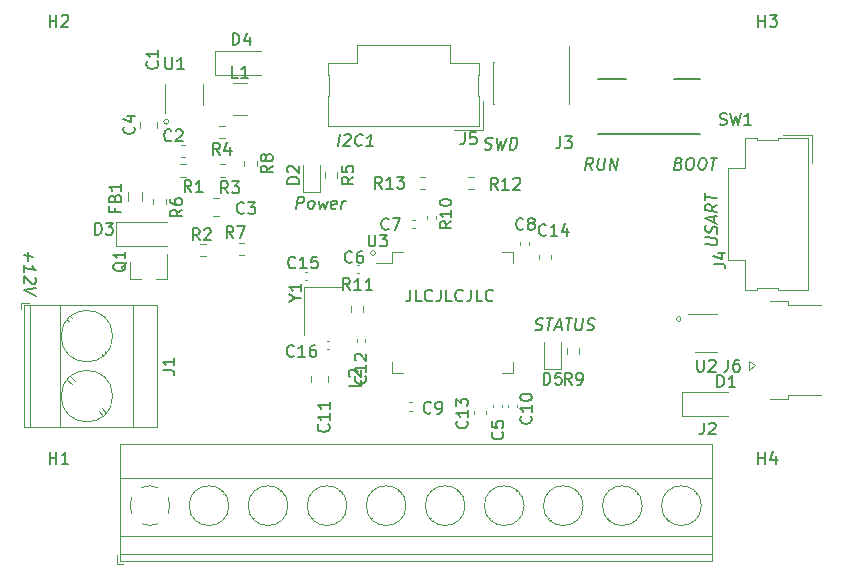
<source format=gbr>
%TF.GenerationSoftware,KiCad,Pcbnew,(5.1.9)-1*%
%TF.CreationDate,2021-03-02T22:26:18+05:30*%
%TF.ProjectId,STM32F4,53544d33-3246-4342-9e6b-696361645f70,rev?*%
%TF.SameCoordinates,Original*%
%TF.FileFunction,Legend,Top*%
%TF.FilePolarity,Positive*%
%FSLAX46Y46*%
G04 Gerber Fmt 4.6, Leading zero omitted, Abs format (unit mm)*
G04 Created by KiCad (PCBNEW (5.1.9)-1) date 2021-03-02 22:26:18*
%MOMM*%
%LPD*%
G01*
G04 APERTURE LIST*
%ADD10C,0.150000*%
%ADD11C,0.120000*%
G04 APERTURE END LIST*
D10*
X59766666Y-48502380D02*
X59766666Y-49216666D01*
X59719047Y-49359523D01*
X59623809Y-49454761D01*
X59480952Y-49502380D01*
X59385714Y-49502380D01*
X60719047Y-49502380D02*
X60242857Y-49502380D01*
X60242857Y-48502380D01*
X61623809Y-49407142D02*
X61576190Y-49454761D01*
X61433333Y-49502380D01*
X61338095Y-49502380D01*
X61195238Y-49454761D01*
X61100000Y-49359523D01*
X61052380Y-49264285D01*
X61004761Y-49073809D01*
X61004761Y-48930952D01*
X61052380Y-48740476D01*
X61100000Y-48645238D01*
X61195238Y-48550000D01*
X61338095Y-48502380D01*
X61433333Y-48502380D01*
X61576190Y-48550000D01*
X61623809Y-48597619D01*
X62338095Y-48502380D02*
X62338095Y-49216666D01*
X62290476Y-49359523D01*
X62195238Y-49454761D01*
X62052380Y-49502380D01*
X61957142Y-49502380D01*
X63290476Y-49502380D02*
X62814285Y-49502380D01*
X62814285Y-48502380D01*
X64195238Y-49407142D02*
X64147619Y-49454761D01*
X64004761Y-49502380D01*
X63909523Y-49502380D01*
X63766666Y-49454761D01*
X63671428Y-49359523D01*
X63623809Y-49264285D01*
X63576190Y-49073809D01*
X63576190Y-48930952D01*
X63623809Y-48740476D01*
X63671428Y-48645238D01*
X63766666Y-48550000D01*
X63909523Y-48502380D01*
X64004761Y-48502380D01*
X64147619Y-48550000D01*
X64195238Y-48597619D01*
X64909523Y-48502380D02*
X64909523Y-49216666D01*
X64861904Y-49359523D01*
X64766666Y-49454761D01*
X64623809Y-49502380D01*
X64528571Y-49502380D01*
X65861904Y-49502380D02*
X65385714Y-49502380D01*
X65385714Y-48502380D01*
X66766666Y-49407142D02*
X66719047Y-49454761D01*
X66576190Y-49502380D01*
X66480952Y-49502380D01*
X66338095Y-49454761D01*
X66242857Y-49359523D01*
X66195238Y-49264285D01*
X66147619Y-49073809D01*
X66147619Y-48930952D01*
X66195238Y-48740476D01*
X66242857Y-48645238D01*
X66338095Y-48550000D01*
X66480952Y-48502380D01*
X66576190Y-48502380D01*
X66719047Y-48550000D01*
X66766666Y-48597619D01*
D11*
X39300000Y-34300000D02*
G75*
G03*
X39300000Y-34300000I-200000J0D01*
G01*
X82700000Y-51000000D02*
G75*
G03*
X82700000Y-51000000I-200000J0D01*
G01*
X56800000Y-45400000D02*
G75*
G03*
X56800000Y-45400000I-200000J0D01*
G01*
D10*
X84752380Y-44646413D02*
X85561904Y-44747604D01*
X85657142Y-44711889D01*
X85704761Y-44670223D01*
X85752380Y-44580937D01*
X85752380Y-44390461D01*
X85704761Y-44289270D01*
X85657142Y-44235699D01*
X85561904Y-44176175D01*
X84752380Y-44074985D01*
X85704761Y-43765461D02*
X85752380Y-43628556D01*
X85752380Y-43390461D01*
X85704761Y-43289270D01*
X85657142Y-43235699D01*
X85561904Y-43176175D01*
X85466666Y-43164270D01*
X85371428Y-43199985D01*
X85323809Y-43241651D01*
X85276190Y-43330937D01*
X85228571Y-43515461D01*
X85180952Y-43604747D01*
X85133333Y-43646413D01*
X85038095Y-43682127D01*
X84942857Y-43670223D01*
X84847619Y-43610699D01*
X84800000Y-43557127D01*
X84752380Y-43455937D01*
X84752380Y-43217842D01*
X84800000Y-43080937D01*
X85466666Y-42783318D02*
X85466666Y-42307127D01*
X85752380Y-42914270D02*
X84752380Y-42455937D01*
X85752380Y-42247604D01*
X85752380Y-41342842D02*
X85276190Y-41616651D01*
X85752380Y-41914270D02*
X84752380Y-41789270D01*
X84752380Y-41408318D01*
X84800000Y-41319032D01*
X84847619Y-41277366D01*
X84942857Y-41241651D01*
X85085714Y-41259508D01*
X85180952Y-41319032D01*
X85228571Y-41372604D01*
X85276190Y-41473794D01*
X85276190Y-41854747D01*
X84752380Y-40932127D02*
X84752380Y-40360699D01*
X85752380Y-40771413D02*
X84752380Y-40646413D01*
X82508348Y-37828571D02*
X82645252Y-37876190D01*
X82686919Y-37923809D01*
X82722633Y-38019047D01*
X82704776Y-38161904D01*
X82645252Y-38257142D01*
X82591681Y-38304761D01*
X82490491Y-38352380D01*
X82109538Y-38352380D01*
X82234538Y-37352380D01*
X82567872Y-37352380D01*
X82657157Y-37400000D01*
X82698824Y-37447619D01*
X82734538Y-37542857D01*
X82722633Y-37638095D01*
X82663110Y-37733333D01*
X82609538Y-37780952D01*
X82508348Y-37828571D01*
X82175014Y-37828571D01*
X83425014Y-37352380D02*
X83615491Y-37352380D01*
X83704776Y-37400000D01*
X83788110Y-37495238D01*
X83811919Y-37685714D01*
X83770252Y-38019047D01*
X83698824Y-38209523D01*
X83591681Y-38304761D01*
X83490491Y-38352380D01*
X83300014Y-38352380D01*
X83210729Y-38304761D01*
X83127395Y-38209523D01*
X83103586Y-38019047D01*
X83145252Y-37685714D01*
X83216681Y-37495238D01*
X83323824Y-37400000D01*
X83425014Y-37352380D01*
X84472633Y-37352380D02*
X84663110Y-37352380D01*
X84752395Y-37400000D01*
X84835729Y-37495238D01*
X84859538Y-37685714D01*
X84817872Y-38019047D01*
X84746443Y-38209523D01*
X84639300Y-38304761D01*
X84538110Y-38352380D01*
X84347633Y-38352380D01*
X84258348Y-38304761D01*
X84175014Y-38209523D01*
X84151205Y-38019047D01*
X84192872Y-37685714D01*
X84264300Y-37495238D01*
X84371443Y-37400000D01*
X84472633Y-37352380D01*
X85186919Y-37352380D02*
X85758348Y-37352380D01*
X85347633Y-38352380D02*
X85472633Y-37352380D01*
X75161919Y-38352380D02*
X74888110Y-37876190D01*
X74590491Y-38352380D02*
X74715491Y-37352380D01*
X75096443Y-37352380D01*
X75185729Y-37400000D01*
X75227395Y-37447619D01*
X75263110Y-37542857D01*
X75245252Y-37685714D01*
X75185729Y-37780952D01*
X75132157Y-37828571D01*
X75030967Y-37876190D01*
X74650014Y-37876190D01*
X75715491Y-37352380D02*
X75614300Y-38161904D01*
X75650014Y-38257142D01*
X75691681Y-38304761D01*
X75780967Y-38352380D01*
X75971443Y-38352380D01*
X76072633Y-38304761D01*
X76126205Y-38257142D01*
X76185729Y-38161904D01*
X76286919Y-37352380D01*
X76638110Y-38352380D02*
X76763110Y-37352380D01*
X77209538Y-38352380D01*
X77334538Y-37352380D01*
X66048824Y-36604761D02*
X66185729Y-36652380D01*
X66423824Y-36652380D01*
X66525014Y-36604761D01*
X66578586Y-36557142D01*
X66638110Y-36461904D01*
X66650014Y-36366666D01*
X66614300Y-36271428D01*
X66572633Y-36223809D01*
X66483348Y-36176190D01*
X66298824Y-36128571D01*
X66209538Y-36080952D01*
X66167872Y-36033333D01*
X66132157Y-35938095D01*
X66144062Y-35842857D01*
X66203586Y-35747619D01*
X66257157Y-35700000D01*
X66358348Y-35652380D01*
X66596443Y-35652380D01*
X66733348Y-35700000D01*
X67072633Y-35652380D02*
X67185729Y-36652380D01*
X67465491Y-35938095D01*
X67566681Y-36652380D01*
X67929776Y-35652380D01*
X68185729Y-36652380D02*
X68310729Y-35652380D01*
X68548824Y-35652380D01*
X68685729Y-35700000D01*
X68769062Y-35795238D01*
X68804776Y-35890476D01*
X68828586Y-36080952D01*
X68810729Y-36223809D01*
X68739300Y-36414285D01*
X68679776Y-36509523D01*
X68572633Y-36604761D01*
X68423824Y-36652380D01*
X68185729Y-36652380D01*
X53647633Y-36352380D02*
X53772633Y-35352380D01*
X54189300Y-35447619D02*
X54242872Y-35400000D01*
X54344062Y-35352380D01*
X54582157Y-35352380D01*
X54671443Y-35400000D01*
X54713110Y-35447619D01*
X54748824Y-35542857D01*
X54736919Y-35638095D01*
X54671443Y-35780952D01*
X54028586Y-36352380D01*
X54647633Y-36352380D01*
X55659538Y-36257142D02*
X55605967Y-36304761D01*
X55457157Y-36352380D01*
X55361919Y-36352380D01*
X55225014Y-36304761D01*
X55141681Y-36209523D01*
X55105967Y-36114285D01*
X55082157Y-35923809D01*
X55100014Y-35780952D01*
X55171443Y-35590476D01*
X55230967Y-35495238D01*
X55338110Y-35400000D01*
X55486919Y-35352380D01*
X55582157Y-35352380D01*
X55719062Y-35400000D01*
X55760729Y-35447619D01*
X56600014Y-36352380D02*
X56028586Y-36352380D01*
X56314300Y-36352380D02*
X56439300Y-35352380D01*
X56326205Y-35495238D01*
X56219062Y-35590476D01*
X56117872Y-35638095D01*
X27428571Y-45285729D02*
X27428571Y-46047633D01*
X27047619Y-45619062D02*
X27809523Y-45714300D01*
X27047619Y-47000014D02*
X27047619Y-46428586D01*
X27047619Y-46714300D02*
X28047619Y-46839300D01*
X27904761Y-46726205D01*
X27809523Y-46619062D01*
X27761904Y-46517872D01*
X27952380Y-47494062D02*
X28000000Y-47547633D01*
X28047619Y-47648824D01*
X28047619Y-47886919D01*
X28000000Y-47976205D01*
X27952380Y-48017872D01*
X27857142Y-48053586D01*
X27761904Y-48041681D01*
X27619047Y-47976205D01*
X27047619Y-47333348D01*
X27047619Y-47952395D01*
X28047619Y-48363110D02*
X27047619Y-48571443D01*
X28047619Y-49029776D01*
X70329776Y-51904761D02*
X70466681Y-51952380D01*
X70704776Y-51952380D01*
X70805967Y-51904761D01*
X70859538Y-51857142D01*
X70919062Y-51761904D01*
X70930967Y-51666666D01*
X70895252Y-51571428D01*
X70853586Y-51523809D01*
X70764300Y-51476190D01*
X70579776Y-51428571D01*
X70490491Y-51380952D01*
X70448824Y-51333333D01*
X70413110Y-51238095D01*
X70425014Y-51142857D01*
X70484538Y-51047619D01*
X70538110Y-51000000D01*
X70639300Y-50952380D01*
X70877395Y-50952380D01*
X71014300Y-51000000D01*
X71305967Y-50952380D02*
X71877395Y-50952380D01*
X71466681Y-51952380D02*
X71591681Y-50952380D01*
X72073824Y-51666666D02*
X72550014Y-51666666D01*
X71942872Y-51952380D02*
X72401205Y-50952380D01*
X72609538Y-51952380D01*
X72925014Y-50952380D02*
X73496443Y-50952380D01*
X73085729Y-51952380D02*
X73210729Y-50952380D01*
X73829776Y-50952380D02*
X73728586Y-51761904D01*
X73764300Y-51857142D01*
X73805967Y-51904761D01*
X73895252Y-51952380D01*
X74085729Y-51952380D01*
X74186919Y-51904761D01*
X74240491Y-51857142D01*
X74300014Y-51761904D01*
X74401205Y-50952380D01*
X74710729Y-51904761D02*
X74847633Y-51952380D01*
X75085729Y-51952380D01*
X75186919Y-51904761D01*
X75240491Y-51857142D01*
X75300014Y-51761904D01*
X75311919Y-51666666D01*
X75276205Y-51571428D01*
X75234538Y-51523809D01*
X75145252Y-51476190D01*
X74960729Y-51428571D01*
X74871443Y-51380952D01*
X74829776Y-51333333D01*
X74794062Y-51238095D01*
X74805967Y-51142857D01*
X74865491Y-51047619D01*
X74919062Y-51000000D01*
X75020252Y-50952380D01*
X75258348Y-50952380D01*
X75395252Y-51000000D01*
X50123824Y-41652380D02*
X50248824Y-40652380D01*
X50629776Y-40652380D01*
X50719062Y-40700000D01*
X50760729Y-40747619D01*
X50796443Y-40842857D01*
X50778586Y-40985714D01*
X50719062Y-41080952D01*
X50665491Y-41128571D01*
X50564300Y-41176190D01*
X50183348Y-41176190D01*
X51266681Y-41652380D02*
X51177395Y-41604761D01*
X51135729Y-41557142D01*
X51100014Y-41461904D01*
X51135729Y-41176190D01*
X51195252Y-41080952D01*
X51248824Y-41033333D01*
X51350014Y-40985714D01*
X51492872Y-40985714D01*
X51582157Y-41033333D01*
X51623824Y-41080952D01*
X51659538Y-41176190D01*
X51623824Y-41461904D01*
X51564300Y-41557142D01*
X51510729Y-41604761D01*
X51409538Y-41652380D01*
X51266681Y-41652380D01*
X52016681Y-40985714D02*
X52123824Y-41652380D01*
X52373824Y-41176190D01*
X52504776Y-41652380D01*
X52778586Y-40985714D01*
X53463110Y-41604761D02*
X53361919Y-41652380D01*
X53171443Y-41652380D01*
X53082157Y-41604761D01*
X53046443Y-41509523D01*
X53094062Y-41128571D01*
X53153586Y-41033333D01*
X53254776Y-40985714D01*
X53445252Y-40985714D01*
X53534538Y-41033333D01*
X53570252Y-41128571D01*
X53558348Y-41223809D01*
X53070252Y-41319047D01*
X53933348Y-41652380D02*
X54016681Y-40985714D01*
X53992872Y-41176190D02*
X54052395Y-41080952D01*
X54105967Y-41033333D01*
X54207157Y-40985714D01*
X54302395Y-40985714D01*
D11*
%TO.C,U3*%
X58226500Y-46296500D02*
X56886500Y-46296500D01*
X58226500Y-45346500D02*
X58226500Y-46296500D01*
X59176500Y-45346500D02*
X58226500Y-45346500D01*
X68446500Y-45346500D02*
X68446500Y-46296500D01*
X67496500Y-45346500D02*
X68446500Y-45346500D01*
X58226500Y-55566500D02*
X58226500Y-54616500D01*
X59176500Y-55566500D02*
X58226500Y-55566500D01*
X68446500Y-55566500D02*
X68446500Y-54616500D01*
X67496500Y-55566500D02*
X68446500Y-55566500D01*
%TO.C,C12*%
X55240000Y-52907836D02*
X55240000Y-52692164D01*
X55960000Y-52907836D02*
X55960000Y-52692164D01*
%TO.C,C2*%
X40653580Y-37310000D02*
X40372420Y-37310000D01*
X40653580Y-36290000D02*
X40372420Y-36290000D01*
%TO.C,R4*%
X43577742Y-34656500D02*
X44052258Y-34656500D01*
X43577742Y-35701500D02*
X44052258Y-35701500D01*
%TO.C,R3*%
X43641742Y-37895000D02*
X44116258Y-37895000D01*
X43641742Y-38940000D02*
X44116258Y-38940000D01*
%TO.C,R2*%
X41990742Y-45671000D02*
X42465258Y-45671000D01*
X41990742Y-44626000D02*
X42465258Y-44626000D01*
%TO.C,J1*%
X26785000Y-49611000D02*
X26785000Y-50111000D01*
X27525000Y-49611000D02*
X26785000Y-49611000D01*
X31393000Y-56273000D02*
X30997000Y-55878000D01*
X34039000Y-58919000D02*
X33659000Y-58539000D01*
X31111000Y-56524000D02*
X30731000Y-56144000D01*
X33773000Y-59185000D02*
X33377000Y-58790000D01*
X31104000Y-50903000D02*
X30997000Y-50797000D01*
X34039000Y-53839000D02*
X33932000Y-53732000D01*
X30838000Y-51169000D02*
X30731000Y-51063000D01*
X33773000Y-54105000D02*
X33666000Y-53998000D01*
X38345000Y-60131000D02*
X27025000Y-60131000D01*
X38345000Y-49851000D02*
X27025000Y-49851000D01*
X27025000Y-49851000D02*
X27025000Y-60131000D01*
X38345000Y-49851000D02*
X38345000Y-60131000D01*
X36285000Y-49851000D02*
X36285000Y-60131000D01*
X30085000Y-49851000D02*
X30085000Y-60131000D01*
X27585000Y-49851000D02*
X27585000Y-60131000D01*
X34565000Y-57531000D02*
G75*
G03*
X34565000Y-57531000I-2180000J0D01*
G01*
X34565000Y-52451000D02*
G75*
G03*
X34565000Y-52451000I-2180000J0D01*
G01*
%TO.C,J3*%
X73235000Y-29235000D02*
X73235000Y-32765000D01*
X66765000Y-29235000D02*
X66765000Y-32765000D01*
X73170000Y-27910000D02*
X73170000Y-29235000D01*
X73235000Y-29235000D02*
X73170000Y-29235000D01*
X73235000Y-32765000D02*
X73170000Y-32765000D01*
X66830000Y-29235000D02*
X66765000Y-29235000D01*
X66830000Y-32765000D02*
X66765000Y-32765000D01*
%TO.C,Q1*%
X36012000Y-47623000D02*
X36012000Y-46163000D01*
X39172000Y-47623000D02*
X39172000Y-45463000D01*
X39172000Y-47623000D02*
X38242000Y-47623000D01*
X36012000Y-47623000D02*
X36942000Y-47623000D01*
%TO.C,R13*%
X61037258Y-38977500D02*
X60562742Y-38977500D01*
X61037258Y-40022500D02*
X60562742Y-40022500D01*
%TO.C,U1*%
X42250000Y-32904000D02*
X42250000Y-31104000D01*
X39030000Y-31104000D02*
X39030000Y-33554000D01*
%TO.C,R1*%
X40750258Y-37895000D02*
X40275742Y-37895000D01*
X40750258Y-38940000D02*
X40275742Y-38940000D01*
%TO.C,R11*%
X55794500Y-50376258D02*
X55794500Y-49901742D01*
X54749500Y-50376258D02*
X54749500Y-49901742D01*
%TO.C,R10*%
X61980000Y-42553641D02*
X61980000Y-42246359D01*
X61220000Y-42553641D02*
X61220000Y-42246359D01*
%TO.C,U2*%
X85700000Y-50590000D02*
X83250000Y-50590000D01*
X83900000Y-53810000D02*
X85700000Y-53810000D01*
%TO.C,R6*%
X39067000Y-41290258D02*
X39067000Y-40815742D01*
X38022000Y-41290258D02*
X38022000Y-40815742D01*
%TO.C,R7*%
X45228742Y-44562500D02*
X45703258Y-44562500D01*
X45228742Y-45607500D02*
X45703258Y-45607500D01*
%TO.C,Y1*%
X50764500Y-48329500D02*
X50764500Y-52329500D01*
X54064500Y-48329500D02*
X50764500Y-48329500D01*
%TO.C,J4*%
X93760000Y-35390000D02*
X93760000Y-37800000D01*
X91350000Y-35390000D02*
X93760000Y-35390000D01*
X93460000Y-48530000D02*
X93460000Y-35690000D01*
X90930000Y-48530000D02*
X93460000Y-48530000D01*
X90930000Y-48400000D02*
X90930000Y-48530000D01*
X89120000Y-48400000D02*
X90930000Y-48400000D01*
X89120000Y-48530000D02*
X89120000Y-48400000D01*
X88140000Y-48530000D02*
X89120000Y-48530000D01*
X88140000Y-46030000D02*
X88140000Y-48530000D01*
X86640000Y-46030000D02*
X88140000Y-46030000D01*
X86640000Y-38190000D02*
X86640000Y-46030000D01*
X88140000Y-38190000D02*
X86640000Y-38190000D01*
X88140000Y-35690000D02*
X88140000Y-38190000D01*
X89120000Y-35690000D02*
X88140000Y-35690000D01*
X89120000Y-35820000D02*
X89120000Y-35690000D01*
X90930000Y-35820000D02*
X89120000Y-35820000D01*
X90930000Y-35690000D02*
X90930000Y-35820000D01*
X93460000Y-35690000D02*
X90930000Y-35690000D01*
%TO.C,R9*%
X73037500Y-53932258D02*
X73037500Y-53457742D01*
X74082500Y-53932258D02*
X74082500Y-53457742D01*
D10*
%TO.C,SW1*%
X84300000Y-35300000D02*
X75700000Y-35300000D01*
X84300000Y-30700000D02*
X82100000Y-30700000D01*
X78000000Y-30700000D02*
X75700000Y-30700000D01*
D11*
%TO.C,J2*%
X44399000Y-66802000D02*
G75*
G03*
X44399000Y-66802000I-1680000J0D01*
G01*
X49399000Y-66802000D02*
G75*
G03*
X49399000Y-66802000I-1680000J0D01*
G01*
X54399000Y-66802000D02*
G75*
G03*
X54399000Y-66802000I-1680000J0D01*
G01*
X59399000Y-66802000D02*
G75*
G03*
X59399000Y-66802000I-1680000J0D01*
G01*
X64399000Y-66802000D02*
G75*
G03*
X64399000Y-66802000I-1680000J0D01*
G01*
X69399000Y-66802000D02*
G75*
G03*
X69399000Y-66802000I-1680000J0D01*
G01*
X74399000Y-66802000D02*
G75*
G03*
X74399000Y-66802000I-1680000J0D01*
G01*
X79399000Y-66802000D02*
G75*
G03*
X79399000Y-66802000I-1680000J0D01*
G01*
X84399000Y-66802000D02*
G75*
G03*
X84399000Y-66802000I-1680000J0D01*
G01*
X35159000Y-70902000D02*
X85279000Y-70902000D01*
X35159000Y-69402000D02*
X85279000Y-69402000D01*
X35159000Y-64501000D02*
X85279000Y-64501000D01*
X35159000Y-61541000D02*
X85279000Y-61541000D01*
X35159000Y-71462000D02*
X85279000Y-71462000D01*
X35159000Y-61541000D02*
X35159000Y-71462000D01*
X85279000Y-61541000D02*
X85279000Y-71462000D01*
X43994000Y-65733000D02*
X43947000Y-65779000D01*
X41685000Y-68041000D02*
X41650000Y-68076000D01*
X43789000Y-65527000D02*
X43754000Y-65563000D01*
X41492000Y-67825000D02*
X41445000Y-67871000D01*
X48994000Y-65733000D02*
X48947000Y-65779000D01*
X46685000Y-68041000D02*
X46650000Y-68076000D01*
X48789000Y-65527000D02*
X48754000Y-65563000D01*
X46492000Y-67825000D02*
X46445000Y-67871000D01*
X53994000Y-65733000D02*
X53947000Y-65779000D01*
X51685000Y-68041000D02*
X51650000Y-68076000D01*
X53789000Y-65527000D02*
X53754000Y-65563000D01*
X51492000Y-67825000D02*
X51445000Y-67871000D01*
X58994000Y-65733000D02*
X58947000Y-65779000D01*
X56685000Y-68041000D02*
X56650000Y-68076000D01*
X58789000Y-65527000D02*
X58754000Y-65563000D01*
X56492000Y-67825000D02*
X56445000Y-67871000D01*
X63994000Y-65733000D02*
X63947000Y-65779000D01*
X61685000Y-68041000D02*
X61650000Y-68076000D01*
X63789000Y-65527000D02*
X63754000Y-65563000D01*
X61492000Y-67825000D02*
X61445000Y-67871000D01*
X68994000Y-65733000D02*
X68947000Y-65779000D01*
X66685000Y-68041000D02*
X66650000Y-68076000D01*
X68789000Y-65527000D02*
X68754000Y-65563000D01*
X66492000Y-67825000D02*
X66445000Y-67871000D01*
X73994000Y-65733000D02*
X73947000Y-65779000D01*
X71685000Y-68041000D02*
X71650000Y-68076000D01*
X73789000Y-65527000D02*
X73754000Y-65563000D01*
X71492000Y-67825000D02*
X71445000Y-67871000D01*
X78994000Y-65733000D02*
X78947000Y-65779000D01*
X76685000Y-68041000D02*
X76650000Y-68076000D01*
X78789000Y-65527000D02*
X78754000Y-65563000D01*
X76492000Y-67825000D02*
X76445000Y-67871000D01*
X83994000Y-65733000D02*
X83947000Y-65779000D01*
X81685000Y-68041000D02*
X81650000Y-68076000D01*
X83789000Y-65527000D02*
X83754000Y-65563000D01*
X81492000Y-67825000D02*
X81445000Y-67871000D01*
X34919000Y-70962000D02*
X34919000Y-71702000D01*
X34919000Y-71702000D02*
X35419000Y-71702000D01*
X38402318Y-68336756D02*
G75*
G02*
X37719000Y-68482000I-683318J1534756D01*
G01*
X39254426Y-66118958D02*
G75*
G02*
X39254000Y-67486000I-1535426J-683042D01*
G01*
X37035958Y-65266574D02*
G75*
G02*
X38403000Y-65267000I683042J-1535426D01*
G01*
X36183574Y-67485042D02*
G75*
G02*
X36184000Y-66118000I1535426J683042D01*
G01*
X37747805Y-68482253D02*
G75*
G02*
X37035000Y-68337000I-28805J1680253D01*
G01*
%TO.C,L1*%
X44736936Y-31025000D02*
X45941064Y-31025000D01*
X44736936Y-33745000D02*
X45941064Y-33745000D01*
%TO.C,R12*%
X64662742Y-38977500D02*
X65137258Y-38977500D01*
X64662742Y-40022500D02*
X65137258Y-40022500D01*
%TO.C,J5*%
X65610000Y-34660000D02*
X65610000Y-32130000D01*
X65610000Y-32130000D02*
X65480000Y-32130000D01*
X65480000Y-32130000D02*
X65480000Y-30320000D01*
X65480000Y-30320000D02*
X65610000Y-30320000D01*
X65610000Y-30320000D02*
X65610000Y-29340000D01*
X65610000Y-29340000D02*
X63110000Y-29340000D01*
X63110000Y-29340000D02*
X63110000Y-27840000D01*
X63110000Y-27840000D02*
X55270000Y-27840000D01*
X55270000Y-27840000D02*
X55270000Y-29340000D01*
X55270000Y-29340000D02*
X52770000Y-29340000D01*
X52770000Y-29340000D02*
X52770000Y-30320000D01*
X52770000Y-30320000D02*
X52900000Y-30320000D01*
X52900000Y-30320000D02*
X52900000Y-32130000D01*
X52900000Y-32130000D02*
X52770000Y-32130000D01*
X52770000Y-32130000D02*
X52770000Y-34660000D01*
X52770000Y-34660000D02*
X65610000Y-34660000D01*
X65910000Y-32550000D02*
X65910000Y-34960000D01*
X65910000Y-34960000D02*
X63500000Y-34960000D01*
%TO.C,R5*%
X52538000Y-39018258D02*
X52538000Y-38543742D01*
X53583000Y-39018258D02*
X53583000Y-38543742D01*
%TO.C,J6*%
X91735000Y-57775000D02*
X90185000Y-57775000D01*
X91735000Y-57775000D02*
X91735000Y-57475000D01*
X94535000Y-57475000D02*
X91735000Y-57475000D01*
X91735000Y-49475000D02*
X90185000Y-49475000D01*
X91735000Y-49775000D02*
X91735000Y-49475000D01*
X94535000Y-49775000D02*
X91735000Y-49775000D01*
X88485000Y-54525000D02*
X88935000Y-54925000D01*
X88485000Y-55325000D02*
X88485000Y-54525000D01*
X88935000Y-54925000D02*
X88485000Y-55325000D01*
%TO.C,R8*%
X46750500Y-37608742D02*
X46750500Y-38083258D01*
X45705500Y-37608742D02*
X45705500Y-38083258D01*
%TO.C,C3*%
X43045748Y-40794000D02*
X43568252Y-40794000D01*
X43045748Y-42264000D02*
X43568252Y-42264000D01*
%TO.C,C16*%
X52894116Y-52819980D02*
X52678444Y-52819980D01*
X52894116Y-53539980D02*
X52678444Y-53539980D01*
%TO.C,D1*%
X82750000Y-57200000D02*
X82750000Y-59200000D01*
X82750000Y-59200000D02*
X86650000Y-59200000D01*
X82750000Y-57200000D02*
X86650000Y-57200000D01*
%TO.C,D3*%
X34850000Y-44800000D02*
X39150000Y-44800000D01*
X34850000Y-42800000D02*
X34850000Y-44800000D01*
X39150000Y-42800000D02*
X34850000Y-42800000D01*
%TO.C,D2*%
X50674500Y-37981000D02*
X50674500Y-40266000D01*
X50674500Y-40266000D02*
X52144500Y-40266000D01*
X52144500Y-40266000D02*
X52144500Y-37981000D01*
%TO.C,D4*%
X43216000Y-28337000D02*
X47116000Y-28337000D01*
X43216000Y-30337000D02*
X47116000Y-30337000D01*
X43216000Y-28337000D02*
X43216000Y-30337000D01*
%TO.C,D5*%
X71047000Y-52958500D02*
X71047000Y-55243500D01*
X71047000Y-55243500D02*
X72517000Y-55243500D01*
X72517000Y-55243500D02*
X72517000Y-52958500D01*
%TO.C,FB1*%
X35890000Y-40250378D02*
X35890000Y-41049622D01*
X37010000Y-40250378D02*
X37010000Y-41049622D01*
%TO.C,C7*%
X59926664Y-42603500D02*
X60142336Y-42603500D01*
X59926664Y-43323500D02*
X60142336Y-43323500D01*
%TO.C,C5*%
X66806600Y-58266164D02*
X66806600Y-58481836D01*
X67526600Y-58266164D02*
X67526600Y-58481836D01*
%TO.C,C8*%
X69072500Y-44722336D02*
X69072500Y-44506664D01*
X69792500Y-44722336D02*
X69792500Y-44506664D01*
%TO.C,C11*%
X51362000Y-55846748D02*
X51362000Y-56369252D01*
X52832000Y-55846748D02*
X52832000Y-56369252D01*
%TO.C,C14*%
X70637000Y-45898080D02*
X70637000Y-45616920D01*
X71657000Y-45898080D02*
X71657000Y-45616920D01*
%TO.C,C13*%
X66196000Y-58761420D02*
X66196000Y-59042580D01*
X65176000Y-58761420D02*
X65176000Y-59042580D01*
%TO.C,C15*%
X51037376Y-47715760D02*
X50821704Y-47715760D01*
X51037376Y-46995760D02*
X50821704Y-46995760D01*
%TO.C,C9*%
X59887836Y-58040000D02*
X59672164Y-58040000D01*
X59887836Y-58760000D02*
X59672164Y-58760000D01*
%TO.C,C6*%
X55443336Y-46413500D02*
X55227664Y-46413500D01*
X55443336Y-47133500D02*
X55227664Y-47133500D01*
%TO.C,C4*%
X36857000Y-34282748D02*
X36857000Y-34805252D01*
X38327000Y-34282748D02*
X38327000Y-34805252D01*
%TO.C,C10*%
X68796600Y-58266164D02*
X68796600Y-58481836D01*
X68076600Y-58266164D02*
X68076600Y-58481836D01*
%TO.C,U3*%
D10*
X56238095Y-43852380D02*
X56238095Y-44661904D01*
X56285714Y-44757142D01*
X56333333Y-44804761D01*
X56428571Y-44852380D01*
X56619047Y-44852380D01*
X56714285Y-44804761D01*
X56761904Y-44757142D01*
X56809523Y-44661904D01*
X56809523Y-43852380D01*
X57190476Y-43852380D02*
X57809523Y-43852380D01*
X57476190Y-44233333D01*
X57619047Y-44233333D01*
X57714285Y-44280952D01*
X57761904Y-44328571D01*
X57809523Y-44423809D01*
X57809523Y-44661904D01*
X57761904Y-44757142D01*
X57714285Y-44804761D01*
X57619047Y-44852380D01*
X57333333Y-44852380D01*
X57238095Y-44804761D01*
X57190476Y-44757142D01*
%TO.C,H4*%
X89238095Y-63252380D02*
X89238095Y-62252380D01*
X89238095Y-62728571D02*
X89809523Y-62728571D01*
X89809523Y-63252380D02*
X89809523Y-62252380D01*
X90714285Y-62585714D02*
X90714285Y-63252380D01*
X90476190Y-62204761D02*
X90238095Y-62919047D01*
X90857142Y-62919047D01*
%TO.C,H3*%
X89238095Y-26252380D02*
X89238095Y-25252380D01*
X89238095Y-25728571D02*
X89809523Y-25728571D01*
X89809523Y-26252380D02*
X89809523Y-25252380D01*
X90190476Y-25252380D02*
X90809523Y-25252380D01*
X90476190Y-25633333D01*
X90619047Y-25633333D01*
X90714285Y-25680952D01*
X90761904Y-25728571D01*
X90809523Y-25823809D01*
X90809523Y-26061904D01*
X90761904Y-26157142D01*
X90714285Y-26204761D01*
X90619047Y-26252380D01*
X90333333Y-26252380D01*
X90238095Y-26204761D01*
X90190476Y-26157142D01*
%TO.C,H2*%
X29238095Y-26252380D02*
X29238095Y-25252380D01*
X29238095Y-25728571D02*
X29809523Y-25728571D01*
X29809523Y-26252380D02*
X29809523Y-25252380D01*
X30238095Y-25347619D02*
X30285714Y-25300000D01*
X30380952Y-25252380D01*
X30619047Y-25252380D01*
X30714285Y-25300000D01*
X30761904Y-25347619D01*
X30809523Y-25442857D01*
X30809523Y-25538095D01*
X30761904Y-25680952D01*
X30190476Y-26252380D01*
X30809523Y-26252380D01*
%TO.C,H1*%
X29238095Y-63252380D02*
X29238095Y-62252380D01*
X29238095Y-62728571D02*
X29809523Y-62728571D01*
X29809523Y-63252380D02*
X29809523Y-62252380D01*
X30809523Y-63252380D02*
X30238095Y-63252380D01*
X30523809Y-63252380D02*
X30523809Y-62252380D01*
X30428571Y-62395238D01*
X30333333Y-62490476D01*
X30238095Y-62538095D01*
%TO.C,C12*%
X55957142Y-55842857D02*
X56004761Y-55890476D01*
X56052380Y-56033333D01*
X56052380Y-56128571D01*
X56004761Y-56271428D01*
X55909523Y-56366666D01*
X55814285Y-56414285D01*
X55623809Y-56461904D01*
X55480952Y-56461904D01*
X55290476Y-56414285D01*
X55195238Y-56366666D01*
X55100000Y-56271428D01*
X55052380Y-56128571D01*
X55052380Y-56033333D01*
X55100000Y-55890476D01*
X55147619Y-55842857D01*
X56052380Y-54890476D02*
X56052380Y-55461904D01*
X56052380Y-55176190D02*
X55052380Y-55176190D01*
X55195238Y-55271428D01*
X55290476Y-55366666D01*
X55338095Y-55461904D01*
X55147619Y-54509523D02*
X55100000Y-54461904D01*
X55052380Y-54366666D01*
X55052380Y-54128571D01*
X55100000Y-54033333D01*
X55147619Y-53985714D01*
X55242857Y-53938095D01*
X55338095Y-53938095D01*
X55480952Y-53985714D01*
X56052380Y-54557142D01*
X56052380Y-53938095D01*
%TO.C,C2*%
X39533333Y-35857142D02*
X39485714Y-35904761D01*
X39342857Y-35952380D01*
X39247619Y-35952380D01*
X39104761Y-35904761D01*
X39009523Y-35809523D01*
X38961904Y-35714285D01*
X38914285Y-35523809D01*
X38914285Y-35380952D01*
X38961904Y-35190476D01*
X39009523Y-35095238D01*
X39104761Y-35000000D01*
X39247619Y-34952380D01*
X39342857Y-34952380D01*
X39485714Y-35000000D01*
X39533333Y-35047619D01*
X39914285Y-35047619D02*
X39961904Y-35000000D01*
X40057142Y-34952380D01*
X40295238Y-34952380D01*
X40390476Y-35000000D01*
X40438095Y-35047619D01*
X40485714Y-35142857D01*
X40485714Y-35238095D01*
X40438095Y-35380952D01*
X39866666Y-35952380D01*
X40485714Y-35952380D01*
%TO.C,R4*%
X43648333Y-37091880D02*
X43315000Y-36615690D01*
X43076904Y-37091880D02*
X43076904Y-36091880D01*
X43457857Y-36091880D01*
X43553095Y-36139500D01*
X43600714Y-36187119D01*
X43648333Y-36282357D01*
X43648333Y-36425214D01*
X43600714Y-36520452D01*
X43553095Y-36568071D01*
X43457857Y-36615690D01*
X43076904Y-36615690D01*
X44505476Y-36425214D02*
X44505476Y-37091880D01*
X44267380Y-36044261D02*
X44029285Y-36758547D01*
X44648333Y-36758547D01*
%TO.C,R3*%
X44333333Y-40352380D02*
X44000000Y-39876190D01*
X43761904Y-40352380D02*
X43761904Y-39352380D01*
X44142857Y-39352380D01*
X44238095Y-39400000D01*
X44285714Y-39447619D01*
X44333333Y-39542857D01*
X44333333Y-39685714D01*
X44285714Y-39780952D01*
X44238095Y-39828571D01*
X44142857Y-39876190D01*
X43761904Y-39876190D01*
X44666666Y-39352380D02*
X45285714Y-39352380D01*
X44952380Y-39733333D01*
X45095238Y-39733333D01*
X45190476Y-39780952D01*
X45238095Y-39828571D01*
X45285714Y-39923809D01*
X45285714Y-40161904D01*
X45238095Y-40257142D01*
X45190476Y-40304761D01*
X45095238Y-40352380D01*
X44809523Y-40352380D01*
X44714285Y-40304761D01*
X44666666Y-40257142D01*
%TO.C,R2*%
X41933833Y-44330880D02*
X41600500Y-43854690D01*
X41362404Y-44330880D02*
X41362404Y-43330880D01*
X41743357Y-43330880D01*
X41838595Y-43378500D01*
X41886214Y-43426119D01*
X41933833Y-43521357D01*
X41933833Y-43664214D01*
X41886214Y-43759452D01*
X41838595Y-43807071D01*
X41743357Y-43854690D01*
X41362404Y-43854690D01*
X42314785Y-43426119D02*
X42362404Y-43378500D01*
X42457642Y-43330880D01*
X42695738Y-43330880D01*
X42790976Y-43378500D01*
X42838595Y-43426119D01*
X42886214Y-43521357D01*
X42886214Y-43616595D01*
X42838595Y-43759452D01*
X42267166Y-44330880D01*
X42886214Y-44330880D01*
%TO.C,J1*%
X38797380Y-55324333D02*
X39511666Y-55324333D01*
X39654523Y-55371952D01*
X39749761Y-55467190D01*
X39797380Y-55610047D01*
X39797380Y-55705285D01*
X39797380Y-54324333D02*
X39797380Y-54895761D01*
X39797380Y-54610047D02*
X38797380Y-54610047D01*
X38940238Y-54705285D01*
X39035476Y-54800523D01*
X39083095Y-54895761D01*
%TO.C,J3*%
X72460666Y-35532380D02*
X72460666Y-36246666D01*
X72413047Y-36389523D01*
X72317809Y-36484761D01*
X72174952Y-36532380D01*
X72079714Y-36532380D01*
X72841619Y-35532380D02*
X73460666Y-35532380D01*
X73127333Y-35913333D01*
X73270190Y-35913333D01*
X73365428Y-35960952D01*
X73413047Y-36008571D01*
X73460666Y-36103809D01*
X73460666Y-36341904D01*
X73413047Y-36437142D01*
X73365428Y-36484761D01*
X73270190Y-36532380D01*
X72984476Y-36532380D01*
X72889238Y-36484761D01*
X72841619Y-36437142D01*
%TO.C,Q1*%
X35726619Y-46196238D02*
X35679000Y-46291476D01*
X35583761Y-46386714D01*
X35440904Y-46529571D01*
X35393285Y-46624809D01*
X35393285Y-46720047D01*
X35631380Y-46672428D02*
X35583761Y-46767666D01*
X35488523Y-46862904D01*
X35298047Y-46910523D01*
X34964714Y-46910523D01*
X34774238Y-46862904D01*
X34679000Y-46767666D01*
X34631380Y-46672428D01*
X34631380Y-46481952D01*
X34679000Y-46386714D01*
X34774238Y-46291476D01*
X34964714Y-46243857D01*
X35298047Y-46243857D01*
X35488523Y-46291476D01*
X35583761Y-46386714D01*
X35631380Y-46481952D01*
X35631380Y-46672428D01*
X35631380Y-45291476D02*
X35631380Y-45862904D01*
X35631380Y-45577190D02*
X34631380Y-45577190D01*
X34774238Y-45672428D01*
X34869476Y-45767666D01*
X34917095Y-45862904D01*
%TO.C,R13*%
X57357142Y-39952380D02*
X57023809Y-39476190D01*
X56785714Y-39952380D02*
X56785714Y-38952380D01*
X57166666Y-38952380D01*
X57261904Y-39000000D01*
X57309523Y-39047619D01*
X57357142Y-39142857D01*
X57357142Y-39285714D01*
X57309523Y-39380952D01*
X57261904Y-39428571D01*
X57166666Y-39476190D01*
X56785714Y-39476190D01*
X58309523Y-39952380D02*
X57738095Y-39952380D01*
X58023809Y-39952380D02*
X58023809Y-38952380D01*
X57928571Y-39095238D01*
X57833333Y-39190476D01*
X57738095Y-39238095D01*
X58642857Y-38952380D02*
X59261904Y-38952380D01*
X58928571Y-39333333D01*
X59071428Y-39333333D01*
X59166666Y-39380952D01*
X59214285Y-39428571D01*
X59261904Y-39523809D01*
X59261904Y-39761904D01*
X59214285Y-39857142D01*
X59166666Y-39904761D01*
X59071428Y-39952380D01*
X58785714Y-39952380D01*
X58690476Y-39904761D01*
X58642857Y-39857142D01*
%TO.C,U1*%
X39038095Y-28852380D02*
X39038095Y-29661904D01*
X39085714Y-29757142D01*
X39133333Y-29804761D01*
X39228571Y-29852380D01*
X39419047Y-29852380D01*
X39514285Y-29804761D01*
X39561904Y-29757142D01*
X39609523Y-29661904D01*
X39609523Y-28852380D01*
X40609523Y-29852380D02*
X40038095Y-29852380D01*
X40323809Y-29852380D02*
X40323809Y-28852380D01*
X40228571Y-28995238D01*
X40133333Y-29090476D01*
X40038095Y-29138095D01*
%TO.C,R1*%
X41233333Y-40252380D02*
X40900000Y-39776190D01*
X40661904Y-40252380D02*
X40661904Y-39252380D01*
X41042857Y-39252380D01*
X41138095Y-39300000D01*
X41185714Y-39347619D01*
X41233333Y-39442857D01*
X41233333Y-39585714D01*
X41185714Y-39680952D01*
X41138095Y-39728571D01*
X41042857Y-39776190D01*
X40661904Y-39776190D01*
X42185714Y-40252380D02*
X41614285Y-40252380D01*
X41900000Y-40252380D02*
X41900000Y-39252380D01*
X41804761Y-39395238D01*
X41709523Y-39490476D01*
X41614285Y-39538095D01*
%TO.C,R11*%
X54657142Y-48552380D02*
X54323809Y-48076190D01*
X54085714Y-48552380D02*
X54085714Y-47552380D01*
X54466666Y-47552380D01*
X54561904Y-47600000D01*
X54609523Y-47647619D01*
X54657142Y-47742857D01*
X54657142Y-47885714D01*
X54609523Y-47980952D01*
X54561904Y-48028571D01*
X54466666Y-48076190D01*
X54085714Y-48076190D01*
X55609523Y-48552380D02*
X55038095Y-48552380D01*
X55323809Y-48552380D02*
X55323809Y-47552380D01*
X55228571Y-47695238D01*
X55133333Y-47790476D01*
X55038095Y-47838095D01*
X56561904Y-48552380D02*
X55990476Y-48552380D01*
X56276190Y-48552380D02*
X56276190Y-47552380D01*
X56180952Y-47695238D01*
X56085714Y-47790476D01*
X55990476Y-47838095D01*
%TO.C,R10*%
X63252380Y-42742857D02*
X62776190Y-43076190D01*
X63252380Y-43314285D02*
X62252380Y-43314285D01*
X62252380Y-42933333D01*
X62300000Y-42838095D01*
X62347619Y-42790476D01*
X62442857Y-42742857D01*
X62585714Y-42742857D01*
X62680952Y-42790476D01*
X62728571Y-42838095D01*
X62776190Y-42933333D01*
X62776190Y-43314285D01*
X63252380Y-41790476D02*
X63252380Y-42361904D01*
X63252380Y-42076190D02*
X62252380Y-42076190D01*
X62395238Y-42171428D01*
X62490476Y-42266666D01*
X62538095Y-42361904D01*
X62252380Y-41171428D02*
X62252380Y-41076190D01*
X62300000Y-40980952D01*
X62347619Y-40933333D01*
X62442857Y-40885714D01*
X62633333Y-40838095D01*
X62871428Y-40838095D01*
X63061904Y-40885714D01*
X63157142Y-40933333D01*
X63204761Y-40980952D01*
X63252380Y-41076190D01*
X63252380Y-41171428D01*
X63204761Y-41266666D01*
X63157142Y-41314285D01*
X63061904Y-41361904D01*
X62871428Y-41409523D01*
X62633333Y-41409523D01*
X62442857Y-41361904D01*
X62347619Y-41314285D01*
X62300000Y-41266666D01*
X62252380Y-41171428D01*
%TO.C,U2*%
X84038095Y-54452380D02*
X84038095Y-55261904D01*
X84085714Y-55357142D01*
X84133333Y-55404761D01*
X84228571Y-55452380D01*
X84419047Y-55452380D01*
X84514285Y-55404761D01*
X84561904Y-55357142D01*
X84609523Y-55261904D01*
X84609523Y-54452380D01*
X85038095Y-54547619D02*
X85085714Y-54500000D01*
X85180952Y-54452380D01*
X85419047Y-54452380D01*
X85514285Y-54500000D01*
X85561904Y-54547619D01*
X85609523Y-54642857D01*
X85609523Y-54738095D01*
X85561904Y-54880952D01*
X84990476Y-55452380D01*
X85609523Y-55452380D01*
%TO.C,R6*%
X40457380Y-41727666D02*
X39981190Y-42061000D01*
X40457380Y-42299095D02*
X39457380Y-42299095D01*
X39457380Y-41918142D01*
X39505000Y-41822904D01*
X39552619Y-41775285D01*
X39647857Y-41727666D01*
X39790714Y-41727666D01*
X39885952Y-41775285D01*
X39933571Y-41822904D01*
X39981190Y-41918142D01*
X39981190Y-42299095D01*
X39457380Y-40870523D02*
X39457380Y-41061000D01*
X39505000Y-41156238D01*
X39552619Y-41203857D01*
X39695476Y-41299095D01*
X39885952Y-41346714D01*
X40266904Y-41346714D01*
X40362142Y-41299095D01*
X40409761Y-41251476D01*
X40457380Y-41156238D01*
X40457380Y-40965761D01*
X40409761Y-40870523D01*
X40362142Y-40822904D01*
X40266904Y-40775285D01*
X40028809Y-40775285D01*
X39933571Y-40822904D01*
X39885952Y-40870523D01*
X39838333Y-40965761D01*
X39838333Y-41156238D01*
X39885952Y-41251476D01*
X39933571Y-41299095D01*
X40028809Y-41346714D01*
%TO.C,R7*%
X44791333Y-44140380D02*
X44458000Y-43664190D01*
X44219904Y-44140380D02*
X44219904Y-43140380D01*
X44600857Y-43140380D01*
X44696095Y-43188000D01*
X44743714Y-43235619D01*
X44791333Y-43330857D01*
X44791333Y-43473714D01*
X44743714Y-43568952D01*
X44696095Y-43616571D01*
X44600857Y-43664190D01*
X44219904Y-43664190D01*
X45124666Y-43140380D02*
X45791333Y-43140380D01*
X45362761Y-44140380D01*
%TO.C,Y1*%
X50041190Y-49218190D02*
X50517380Y-49218190D01*
X49517380Y-49551523D02*
X50041190Y-49218190D01*
X49517380Y-48884857D01*
X50517380Y-48027714D02*
X50517380Y-48599142D01*
X50517380Y-48313428D02*
X49517380Y-48313428D01*
X49660238Y-48408666D01*
X49755476Y-48503904D01*
X49803095Y-48599142D01*
%TO.C,J4*%
X85452380Y-46333333D02*
X86166666Y-46333333D01*
X86309523Y-46380952D01*
X86404761Y-46476190D01*
X86452380Y-46619047D01*
X86452380Y-46714285D01*
X85785714Y-45428571D02*
X86452380Y-45428571D01*
X85404761Y-45666666D02*
X86119047Y-45904761D01*
X86119047Y-45285714D01*
%TO.C,R9*%
X73433333Y-56552380D02*
X73100000Y-56076190D01*
X72861904Y-56552380D02*
X72861904Y-55552380D01*
X73242857Y-55552380D01*
X73338095Y-55600000D01*
X73385714Y-55647619D01*
X73433333Y-55742857D01*
X73433333Y-55885714D01*
X73385714Y-55980952D01*
X73338095Y-56028571D01*
X73242857Y-56076190D01*
X72861904Y-56076190D01*
X73909523Y-56552380D02*
X74100000Y-56552380D01*
X74195238Y-56504761D01*
X74242857Y-56457142D01*
X74338095Y-56314285D01*
X74385714Y-56123809D01*
X74385714Y-55742857D01*
X74338095Y-55647619D01*
X74290476Y-55600000D01*
X74195238Y-55552380D01*
X74004761Y-55552380D01*
X73909523Y-55600000D01*
X73861904Y-55647619D01*
X73814285Y-55742857D01*
X73814285Y-55980952D01*
X73861904Y-56076190D01*
X73909523Y-56123809D01*
X74004761Y-56171428D01*
X74195238Y-56171428D01*
X74290476Y-56123809D01*
X74338095Y-56076190D01*
X74385714Y-55980952D01*
%TO.C,SW1*%
X85966666Y-34504761D02*
X86109523Y-34552380D01*
X86347619Y-34552380D01*
X86442857Y-34504761D01*
X86490476Y-34457142D01*
X86538095Y-34361904D01*
X86538095Y-34266666D01*
X86490476Y-34171428D01*
X86442857Y-34123809D01*
X86347619Y-34076190D01*
X86157142Y-34028571D01*
X86061904Y-33980952D01*
X86014285Y-33933333D01*
X85966666Y-33838095D01*
X85966666Y-33742857D01*
X86014285Y-33647619D01*
X86061904Y-33600000D01*
X86157142Y-33552380D01*
X86395238Y-33552380D01*
X86538095Y-33600000D01*
X86871428Y-33552380D02*
X87109523Y-34552380D01*
X87300000Y-33838095D01*
X87490476Y-34552380D01*
X87728571Y-33552380D01*
X88633333Y-34552380D02*
X88061904Y-34552380D01*
X88347619Y-34552380D02*
X88347619Y-33552380D01*
X88252380Y-33695238D01*
X88157142Y-33790476D01*
X88061904Y-33838095D01*
%TO.C,J2*%
X84629666Y-59777380D02*
X84629666Y-60491666D01*
X84582047Y-60634523D01*
X84486809Y-60729761D01*
X84343952Y-60777380D01*
X84248714Y-60777380D01*
X85058238Y-59872619D02*
X85105857Y-59825000D01*
X85201095Y-59777380D01*
X85439190Y-59777380D01*
X85534428Y-59825000D01*
X85582047Y-59872619D01*
X85629666Y-59967857D01*
X85629666Y-60063095D01*
X85582047Y-60205952D01*
X85010619Y-60777380D01*
X85629666Y-60777380D01*
%TO.C,L1*%
X45172333Y-30557380D02*
X44696142Y-30557380D01*
X44696142Y-29557380D01*
X46029476Y-30557380D02*
X45458047Y-30557380D01*
X45743761Y-30557380D02*
X45743761Y-29557380D01*
X45648523Y-29700238D01*
X45553285Y-29795476D01*
X45458047Y-29843095D01*
%TO.C,R12*%
X67157142Y-40052380D02*
X66823809Y-39576190D01*
X66585714Y-40052380D02*
X66585714Y-39052380D01*
X66966666Y-39052380D01*
X67061904Y-39100000D01*
X67109523Y-39147619D01*
X67157142Y-39242857D01*
X67157142Y-39385714D01*
X67109523Y-39480952D01*
X67061904Y-39528571D01*
X66966666Y-39576190D01*
X66585714Y-39576190D01*
X68109523Y-40052380D02*
X67538095Y-40052380D01*
X67823809Y-40052380D02*
X67823809Y-39052380D01*
X67728571Y-39195238D01*
X67633333Y-39290476D01*
X67538095Y-39338095D01*
X68490476Y-39147619D02*
X68538095Y-39100000D01*
X68633333Y-39052380D01*
X68871428Y-39052380D01*
X68966666Y-39100000D01*
X69014285Y-39147619D01*
X69061904Y-39242857D01*
X69061904Y-39338095D01*
X69014285Y-39480952D01*
X68442857Y-40052380D01*
X69061904Y-40052380D01*
%TO.C,J5*%
X64376666Y-35202380D02*
X64376666Y-35916666D01*
X64329047Y-36059523D01*
X64233809Y-36154761D01*
X64090952Y-36202380D01*
X63995714Y-36202380D01*
X65329047Y-35202380D02*
X64852857Y-35202380D01*
X64805238Y-35678571D01*
X64852857Y-35630952D01*
X64948095Y-35583333D01*
X65186190Y-35583333D01*
X65281428Y-35630952D01*
X65329047Y-35678571D01*
X65376666Y-35773809D01*
X65376666Y-36011904D01*
X65329047Y-36107142D01*
X65281428Y-36154761D01*
X65186190Y-36202380D01*
X64948095Y-36202380D01*
X64852857Y-36154761D01*
X64805238Y-36107142D01*
%TO.C,R5*%
X54952380Y-38966666D02*
X54476190Y-39300000D01*
X54952380Y-39538095D02*
X53952380Y-39538095D01*
X53952380Y-39157142D01*
X54000000Y-39061904D01*
X54047619Y-39014285D01*
X54142857Y-38966666D01*
X54285714Y-38966666D01*
X54380952Y-39014285D01*
X54428571Y-39061904D01*
X54476190Y-39157142D01*
X54476190Y-39538095D01*
X53952380Y-38061904D02*
X53952380Y-38538095D01*
X54428571Y-38585714D01*
X54380952Y-38538095D01*
X54333333Y-38442857D01*
X54333333Y-38204761D01*
X54380952Y-38109523D01*
X54428571Y-38061904D01*
X54523809Y-38014285D01*
X54761904Y-38014285D01*
X54857142Y-38061904D01*
X54904761Y-38109523D01*
X54952380Y-38204761D01*
X54952380Y-38442857D01*
X54904761Y-38538095D01*
X54857142Y-38585714D01*
%TO.C,J6*%
X86666666Y-54452380D02*
X86666666Y-55166666D01*
X86619047Y-55309523D01*
X86523809Y-55404761D01*
X86380952Y-55452380D01*
X86285714Y-55452380D01*
X87571428Y-54452380D02*
X87380952Y-54452380D01*
X87285714Y-54500000D01*
X87238095Y-54547619D01*
X87142857Y-54690476D01*
X87095238Y-54880952D01*
X87095238Y-55261904D01*
X87142857Y-55357142D01*
X87190476Y-55404761D01*
X87285714Y-55452380D01*
X87476190Y-55452380D01*
X87571428Y-55404761D01*
X87619047Y-55357142D01*
X87666666Y-55261904D01*
X87666666Y-55023809D01*
X87619047Y-54928571D01*
X87571428Y-54880952D01*
X87476190Y-54833333D01*
X87285714Y-54833333D01*
X87190476Y-54880952D01*
X87142857Y-54928571D01*
X87095238Y-55023809D01*
%TO.C,L2*%
X55552380Y-56166666D02*
X55552380Y-56642857D01*
X54552380Y-56642857D01*
X54647619Y-55880952D02*
X54600000Y-55833333D01*
X54552380Y-55738095D01*
X54552380Y-55500000D01*
X54600000Y-55404761D01*
X54647619Y-55357142D01*
X54742857Y-55309523D01*
X54838095Y-55309523D01*
X54980952Y-55357142D01*
X55552380Y-55928571D01*
X55552380Y-55309523D01*
%TO.C,R8*%
X48110380Y-38012666D02*
X47634190Y-38346000D01*
X48110380Y-38584095D02*
X47110380Y-38584095D01*
X47110380Y-38203142D01*
X47158000Y-38107904D01*
X47205619Y-38060285D01*
X47300857Y-38012666D01*
X47443714Y-38012666D01*
X47538952Y-38060285D01*
X47586571Y-38107904D01*
X47634190Y-38203142D01*
X47634190Y-38584095D01*
X47538952Y-37441238D02*
X47491333Y-37536476D01*
X47443714Y-37584095D01*
X47348476Y-37631714D01*
X47300857Y-37631714D01*
X47205619Y-37584095D01*
X47158000Y-37536476D01*
X47110380Y-37441238D01*
X47110380Y-37250761D01*
X47158000Y-37155523D01*
X47205619Y-37107904D01*
X47300857Y-37060285D01*
X47348476Y-37060285D01*
X47443714Y-37107904D01*
X47491333Y-37155523D01*
X47538952Y-37250761D01*
X47538952Y-37441238D01*
X47586571Y-37536476D01*
X47634190Y-37584095D01*
X47729428Y-37631714D01*
X47919904Y-37631714D01*
X48015142Y-37584095D01*
X48062761Y-37536476D01*
X48110380Y-37441238D01*
X48110380Y-37250761D01*
X48062761Y-37155523D01*
X48015142Y-37107904D01*
X47919904Y-37060285D01*
X47729428Y-37060285D01*
X47634190Y-37107904D01*
X47586571Y-37155523D01*
X47538952Y-37250761D01*
%TO.C,C3*%
X45680333Y-42013142D02*
X45632714Y-42060761D01*
X45489857Y-42108380D01*
X45394619Y-42108380D01*
X45251761Y-42060761D01*
X45156523Y-41965523D01*
X45108904Y-41870285D01*
X45061285Y-41679809D01*
X45061285Y-41536952D01*
X45108904Y-41346476D01*
X45156523Y-41251238D01*
X45251761Y-41156000D01*
X45394619Y-41108380D01*
X45489857Y-41108380D01*
X45632714Y-41156000D01*
X45680333Y-41203619D01*
X46013666Y-41108380D02*
X46632714Y-41108380D01*
X46299380Y-41489333D01*
X46442238Y-41489333D01*
X46537476Y-41536952D01*
X46585095Y-41584571D01*
X46632714Y-41679809D01*
X46632714Y-41917904D01*
X46585095Y-42013142D01*
X46537476Y-42060761D01*
X46442238Y-42108380D01*
X46156523Y-42108380D01*
X46061285Y-42060761D01*
X46013666Y-42013142D01*
%TO.C,C16*%
X49907142Y-54107142D02*
X49859523Y-54154761D01*
X49716666Y-54202380D01*
X49621428Y-54202380D01*
X49478571Y-54154761D01*
X49383333Y-54059523D01*
X49335714Y-53964285D01*
X49288095Y-53773809D01*
X49288095Y-53630952D01*
X49335714Y-53440476D01*
X49383333Y-53345238D01*
X49478571Y-53250000D01*
X49621428Y-53202380D01*
X49716666Y-53202380D01*
X49859523Y-53250000D01*
X49907142Y-53297619D01*
X50859523Y-54202380D02*
X50288095Y-54202380D01*
X50573809Y-54202380D02*
X50573809Y-53202380D01*
X50478571Y-53345238D01*
X50383333Y-53440476D01*
X50288095Y-53488095D01*
X51716666Y-53202380D02*
X51526190Y-53202380D01*
X51430952Y-53250000D01*
X51383333Y-53297619D01*
X51288095Y-53440476D01*
X51240476Y-53630952D01*
X51240476Y-54011904D01*
X51288095Y-54107142D01*
X51335714Y-54154761D01*
X51430952Y-54202380D01*
X51621428Y-54202380D01*
X51716666Y-54154761D01*
X51764285Y-54107142D01*
X51811904Y-54011904D01*
X51811904Y-53773809D01*
X51764285Y-53678571D01*
X51716666Y-53630952D01*
X51621428Y-53583333D01*
X51430952Y-53583333D01*
X51335714Y-53630952D01*
X51288095Y-53678571D01*
X51240476Y-53773809D01*
%TO.C,D1*%
X85761904Y-56752380D02*
X85761904Y-55752380D01*
X86000000Y-55752380D01*
X86142857Y-55800000D01*
X86238095Y-55895238D01*
X86285714Y-55990476D01*
X86333333Y-56180952D01*
X86333333Y-56323809D01*
X86285714Y-56514285D01*
X86238095Y-56609523D01*
X86142857Y-56704761D01*
X86000000Y-56752380D01*
X85761904Y-56752380D01*
X87285714Y-56752380D02*
X86714285Y-56752380D01*
X87000000Y-56752380D02*
X87000000Y-55752380D01*
X86904761Y-55895238D01*
X86809523Y-55990476D01*
X86714285Y-56038095D01*
%TO.C,C1*%
X38330142Y-29188666D02*
X38377761Y-29236285D01*
X38425380Y-29379142D01*
X38425380Y-29474380D01*
X38377761Y-29617238D01*
X38282523Y-29712476D01*
X38187285Y-29760095D01*
X37996809Y-29807714D01*
X37853952Y-29807714D01*
X37663476Y-29760095D01*
X37568238Y-29712476D01*
X37473000Y-29617238D01*
X37425380Y-29474380D01*
X37425380Y-29379142D01*
X37473000Y-29236285D01*
X37520619Y-29188666D01*
X38425380Y-28236285D02*
X38425380Y-28807714D01*
X38425380Y-28522000D02*
X37425380Y-28522000D01*
X37568238Y-28617238D01*
X37663476Y-28712476D01*
X37711095Y-28807714D01*
%TO.C,D3*%
X33061904Y-43852380D02*
X33061904Y-42852380D01*
X33300000Y-42852380D01*
X33442857Y-42900000D01*
X33538095Y-42995238D01*
X33585714Y-43090476D01*
X33633333Y-43280952D01*
X33633333Y-43423809D01*
X33585714Y-43614285D01*
X33538095Y-43709523D01*
X33442857Y-43804761D01*
X33300000Y-43852380D01*
X33061904Y-43852380D01*
X33966666Y-42852380D02*
X34585714Y-42852380D01*
X34252380Y-43233333D01*
X34395238Y-43233333D01*
X34490476Y-43280952D01*
X34538095Y-43328571D01*
X34585714Y-43423809D01*
X34585714Y-43661904D01*
X34538095Y-43757142D01*
X34490476Y-43804761D01*
X34395238Y-43852380D01*
X34109523Y-43852380D01*
X34014285Y-43804761D01*
X33966666Y-43757142D01*
%TO.C,D2*%
X50352380Y-39538095D02*
X49352380Y-39538095D01*
X49352380Y-39300000D01*
X49400000Y-39157142D01*
X49495238Y-39061904D01*
X49590476Y-39014285D01*
X49780952Y-38966666D01*
X49923809Y-38966666D01*
X50114285Y-39014285D01*
X50209523Y-39061904D01*
X50304761Y-39157142D01*
X50352380Y-39300000D01*
X50352380Y-39538095D01*
X49447619Y-38585714D02*
X49400000Y-38538095D01*
X49352380Y-38442857D01*
X49352380Y-38204761D01*
X49400000Y-38109523D01*
X49447619Y-38061904D01*
X49542857Y-38014285D01*
X49638095Y-38014285D01*
X49780952Y-38061904D01*
X50352380Y-38633333D01*
X50352380Y-38014285D01*
%TO.C,D4*%
X44727904Y-27789380D02*
X44727904Y-26789380D01*
X44966000Y-26789380D01*
X45108857Y-26837000D01*
X45204095Y-26932238D01*
X45251714Y-27027476D01*
X45299333Y-27217952D01*
X45299333Y-27360809D01*
X45251714Y-27551285D01*
X45204095Y-27646523D01*
X45108857Y-27741761D01*
X44966000Y-27789380D01*
X44727904Y-27789380D01*
X46156476Y-27122714D02*
X46156476Y-27789380D01*
X45918380Y-26741761D02*
X45680285Y-27456047D01*
X46299333Y-27456047D01*
%TO.C,D5*%
X71061904Y-56552380D02*
X71061904Y-55552380D01*
X71300000Y-55552380D01*
X71442857Y-55600000D01*
X71538095Y-55695238D01*
X71585714Y-55790476D01*
X71633333Y-55980952D01*
X71633333Y-56123809D01*
X71585714Y-56314285D01*
X71538095Y-56409523D01*
X71442857Y-56504761D01*
X71300000Y-56552380D01*
X71061904Y-56552380D01*
X72538095Y-55552380D02*
X72061904Y-55552380D01*
X72014285Y-56028571D01*
X72061904Y-55980952D01*
X72157142Y-55933333D01*
X72395238Y-55933333D01*
X72490476Y-55980952D01*
X72538095Y-56028571D01*
X72585714Y-56123809D01*
X72585714Y-56361904D01*
X72538095Y-56457142D01*
X72490476Y-56504761D01*
X72395238Y-56552380D01*
X72157142Y-56552380D01*
X72061904Y-56504761D01*
X72014285Y-56457142D01*
%TO.C,FB1*%
X34727571Y-41610333D02*
X34727571Y-41943666D01*
X35251380Y-41943666D02*
X34251380Y-41943666D01*
X34251380Y-41467476D01*
X34727571Y-40753190D02*
X34775190Y-40610333D01*
X34822809Y-40562714D01*
X34918047Y-40515095D01*
X35060904Y-40515095D01*
X35156142Y-40562714D01*
X35203761Y-40610333D01*
X35251380Y-40705571D01*
X35251380Y-41086523D01*
X34251380Y-41086523D01*
X34251380Y-40753190D01*
X34299000Y-40657952D01*
X34346619Y-40610333D01*
X34441857Y-40562714D01*
X34537095Y-40562714D01*
X34632333Y-40610333D01*
X34679952Y-40657952D01*
X34727571Y-40753190D01*
X34727571Y-41086523D01*
X35251380Y-39562714D02*
X35251380Y-40134142D01*
X35251380Y-39848428D02*
X34251380Y-39848428D01*
X34394238Y-39943666D01*
X34489476Y-40038904D01*
X34537095Y-40134142D01*
%TO.C,C7*%
X57933333Y-43357142D02*
X57885714Y-43404761D01*
X57742857Y-43452380D01*
X57647619Y-43452380D01*
X57504761Y-43404761D01*
X57409523Y-43309523D01*
X57361904Y-43214285D01*
X57314285Y-43023809D01*
X57314285Y-42880952D01*
X57361904Y-42690476D01*
X57409523Y-42595238D01*
X57504761Y-42500000D01*
X57647619Y-42452380D01*
X57742857Y-42452380D01*
X57885714Y-42500000D01*
X57933333Y-42547619D01*
X58266666Y-42452380D02*
X58933333Y-42452380D01*
X58504761Y-43452380D01*
%TO.C,C5*%
X67557142Y-60566666D02*
X67604761Y-60614285D01*
X67652380Y-60757142D01*
X67652380Y-60852380D01*
X67604761Y-60995238D01*
X67509523Y-61090476D01*
X67414285Y-61138095D01*
X67223809Y-61185714D01*
X67080952Y-61185714D01*
X66890476Y-61138095D01*
X66795238Y-61090476D01*
X66700000Y-60995238D01*
X66652380Y-60852380D01*
X66652380Y-60757142D01*
X66700000Y-60614285D01*
X66747619Y-60566666D01*
X66652380Y-59661904D02*
X66652380Y-60138095D01*
X67128571Y-60185714D01*
X67080952Y-60138095D01*
X67033333Y-60042857D01*
X67033333Y-59804761D01*
X67080952Y-59709523D01*
X67128571Y-59661904D01*
X67223809Y-59614285D01*
X67461904Y-59614285D01*
X67557142Y-59661904D01*
X67604761Y-59709523D01*
X67652380Y-59804761D01*
X67652380Y-60042857D01*
X67604761Y-60138095D01*
X67557142Y-60185714D01*
%TO.C,C8*%
X69333333Y-43357142D02*
X69285714Y-43404761D01*
X69142857Y-43452380D01*
X69047619Y-43452380D01*
X68904761Y-43404761D01*
X68809523Y-43309523D01*
X68761904Y-43214285D01*
X68714285Y-43023809D01*
X68714285Y-42880952D01*
X68761904Y-42690476D01*
X68809523Y-42595238D01*
X68904761Y-42500000D01*
X69047619Y-42452380D01*
X69142857Y-42452380D01*
X69285714Y-42500000D01*
X69333333Y-42547619D01*
X69904761Y-42880952D02*
X69809523Y-42833333D01*
X69761904Y-42785714D01*
X69714285Y-42690476D01*
X69714285Y-42642857D01*
X69761904Y-42547619D01*
X69809523Y-42500000D01*
X69904761Y-42452380D01*
X70095238Y-42452380D01*
X70190476Y-42500000D01*
X70238095Y-42547619D01*
X70285714Y-42642857D01*
X70285714Y-42690476D01*
X70238095Y-42785714D01*
X70190476Y-42833333D01*
X70095238Y-42880952D01*
X69904761Y-42880952D01*
X69809523Y-42928571D01*
X69761904Y-42976190D01*
X69714285Y-43071428D01*
X69714285Y-43261904D01*
X69761904Y-43357142D01*
X69809523Y-43404761D01*
X69904761Y-43452380D01*
X70095238Y-43452380D01*
X70190476Y-43404761D01*
X70238095Y-43357142D01*
X70285714Y-43261904D01*
X70285714Y-43071428D01*
X70238095Y-42976190D01*
X70190476Y-42928571D01*
X70095238Y-42880952D01*
%TO.C,C11*%
X52835142Y-59925857D02*
X52882761Y-59973476D01*
X52930380Y-60116333D01*
X52930380Y-60211571D01*
X52882761Y-60354428D01*
X52787523Y-60449666D01*
X52692285Y-60497285D01*
X52501809Y-60544904D01*
X52358952Y-60544904D01*
X52168476Y-60497285D01*
X52073238Y-60449666D01*
X51978000Y-60354428D01*
X51930380Y-60211571D01*
X51930380Y-60116333D01*
X51978000Y-59973476D01*
X52025619Y-59925857D01*
X52930380Y-58973476D02*
X52930380Y-59544904D01*
X52930380Y-59259190D02*
X51930380Y-59259190D01*
X52073238Y-59354428D01*
X52168476Y-59449666D01*
X52216095Y-59544904D01*
X52930380Y-58021095D02*
X52930380Y-58592523D01*
X52930380Y-58306809D02*
X51930380Y-58306809D01*
X52073238Y-58402047D01*
X52168476Y-58497285D01*
X52216095Y-58592523D01*
%TO.C,C14*%
X71257142Y-43857142D02*
X71209523Y-43904761D01*
X71066666Y-43952380D01*
X70971428Y-43952380D01*
X70828571Y-43904761D01*
X70733333Y-43809523D01*
X70685714Y-43714285D01*
X70638095Y-43523809D01*
X70638095Y-43380952D01*
X70685714Y-43190476D01*
X70733333Y-43095238D01*
X70828571Y-43000000D01*
X70971428Y-42952380D01*
X71066666Y-42952380D01*
X71209523Y-43000000D01*
X71257142Y-43047619D01*
X72209523Y-43952380D02*
X71638095Y-43952380D01*
X71923809Y-43952380D02*
X71923809Y-42952380D01*
X71828571Y-43095238D01*
X71733333Y-43190476D01*
X71638095Y-43238095D01*
X73066666Y-43285714D02*
X73066666Y-43952380D01*
X72828571Y-42904761D02*
X72590476Y-43619047D01*
X73209523Y-43619047D01*
%TO.C,C13*%
X64557142Y-59642857D02*
X64604761Y-59690476D01*
X64652380Y-59833333D01*
X64652380Y-59928571D01*
X64604761Y-60071428D01*
X64509523Y-60166666D01*
X64414285Y-60214285D01*
X64223809Y-60261904D01*
X64080952Y-60261904D01*
X63890476Y-60214285D01*
X63795238Y-60166666D01*
X63700000Y-60071428D01*
X63652380Y-59928571D01*
X63652380Y-59833333D01*
X63700000Y-59690476D01*
X63747619Y-59642857D01*
X64652380Y-58690476D02*
X64652380Y-59261904D01*
X64652380Y-58976190D02*
X63652380Y-58976190D01*
X63795238Y-59071428D01*
X63890476Y-59166666D01*
X63938095Y-59261904D01*
X63652380Y-58357142D02*
X63652380Y-57738095D01*
X64033333Y-58071428D01*
X64033333Y-57928571D01*
X64080952Y-57833333D01*
X64128571Y-57785714D01*
X64223809Y-57738095D01*
X64461904Y-57738095D01*
X64557142Y-57785714D01*
X64604761Y-57833333D01*
X64652380Y-57928571D01*
X64652380Y-58214285D01*
X64604761Y-58309523D01*
X64557142Y-58357142D01*
%TO.C,C15*%
X50040302Y-46613082D02*
X49992683Y-46660701D01*
X49849826Y-46708320D01*
X49754588Y-46708320D01*
X49611731Y-46660701D01*
X49516493Y-46565463D01*
X49468874Y-46470225D01*
X49421255Y-46279749D01*
X49421255Y-46136892D01*
X49468874Y-45946416D01*
X49516493Y-45851178D01*
X49611731Y-45755940D01*
X49754588Y-45708320D01*
X49849826Y-45708320D01*
X49992683Y-45755940D01*
X50040302Y-45803559D01*
X50992683Y-46708320D02*
X50421255Y-46708320D01*
X50706969Y-46708320D02*
X50706969Y-45708320D01*
X50611731Y-45851178D01*
X50516493Y-45946416D01*
X50421255Y-45994035D01*
X51897445Y-45708320D02*
X51421255Y-45708320D01*
X51373636Y-46184511D01*
X51421255Y-46136892D01*
X51516493Y-46089273D01*
X51754588Y-46089273D01*
X51849826Y-46136892D01*
X51897445Y-46184511D01*
X51945064Y-46279749D01*
X51945064Y-46517844D01*
X51897445Y-46613082D01*
X51849826Y-46660701D01*
X51754588Y-46708320D01*
X51516493Y-46708320D01*
X51421255Y-46660701D01*
X51373636Y-46613082D01*
%TO.C,C9*%
X61516273Y-58913062D02*
X61468654Y-58960681D01*
X61325797Y-59008300D01*
X61230559Y-59008300D01*
X61087701Y-58960681D01*
X60992463Y-58865443D01*
X60944844Y-58770205D01*
X60897225Y-58579729D01*
X60897225Y-58436872D01*
X60944844Y-58246396D01*
X60992463Y-58151158D01*
X61087701Y-58055920D01*
X61230559Y-58008300D01*
X61325797Y-58008300D01*
X61468654Y-58055920D01*
X61516273Y-58103539D01*
X61992463Y-59008300D02*
X62182940Y-59008300D01*
X62278178Y-58960681D01*
X62325797Y-58913062D01*
X62421035Y-58770205D01*
X62468654Y-58579729D01*
X62468654Y-58198777D01*
X62421035Y-58103539D01*
X62373416Y-58055920D01*
X62278178Y-58008300D01*
X62087701Y-58008300D01*
X61992463Y-58055920D01*
X61944844Y-58103539D01*
X61897225Y-58198777D01*
X61897225Y-58436872D01*
X61944844Y-58532110D01*
X61992463Y-58579729D01*
X62087701Y-58627348D01*
X62278178Y-58627348D01*
X62373416Y-58579729D01*
X62421035Y-58532110D01*
X62468654Y-58436872D01*
%TO.C,C6*%
X54833333Y-46157142D02*
X54785714Y-46204761D01*
X54642857Y-46252380D01*
X54547619Y-46252380D01*
X54404761Y-46204761D01*
X54309523Y-46109523D01*
X54261904Y-46014285D01*
X54214285Y-45823809D01*
X54214285Y-45680952D01*
X54261904Y-45490476D01*
X54309523Y-45395238D01*
X54404761Y-45300000D01*
X54547619Y-45252380D01*
X54642857Y-45252380D01*
X54785714Y-45300000D01*
X54833333Y-45347619D01*
X55690476Y-45252380D02*
X55500000Y-45252380D01*
X55404761Y-45300000D01*
X55357142Y-45347619D01*
X55261904Y-45490476D01*
X55214285Y-45680952D01*
X55214285Y-46061904D01*
X55261904Y-46157142D01*
X55309523Y-46204761D01*
X55404761Y-46252380D01*
X55595238Y-46252380D01*
X55690476Y-46204761D01*
X55738095Y-46157142D01*
X55785714Y-46061904D01*
X55785714Y-45823809D01*
X55738095Y-45728571D01*
X55690476Y-45680952D01*
X55595238Y-45633333D01*
X55404761Y-45633333D01*
X55309523Y-45680952D01*
X55261904Y-45728571D01*
X55214285Y-45823809D01*
%TO.C,C4*%
X36357142Y-34710666D02*
X36404761Y-34758285D01*
X36452380Y-34901142D01*
X36452380Y-34996380D01*
X36404761Y-35139238D01*
X36309523Y-35234476D01*
X36214285Y-35282095D01*
X36023809Y-35329714D01*
X35880952Y-35329714D01*
X35690476Y-35282095D01*
X35595238Y-35234476D01*
X35500000Y-35139238D01*
X35452380Y-34996380D01*
X35452380Y-34901142D01*
X35500000Y-34758285D01*
X35547619Y-34710666D01*
X35785714Y-33853523D02*
X36452380Y-33853523D01*
X35404761Y-34091619D02*
X36119047Y-34329714D01*
X36119047Y-33710666D01*
%TO.C,C10*%
X69957142Y-59242857D02*
X70004761Y-59290476D01*
X70052380Y-59433333D01*
X70052380Y-59528571D01*
X70004761Y-59671428D01*
X69909523Y-59766666D01*
X69814285Y-59814285D01*
X69623809Y-59861904D01*
X69480952Y-59861904D01*
X69290476Y-59814285D01*
X69195238Y-59766666D01*
X69100000Y-59671428D01*
X69052380Y-59528571D01*
X69052380Y-59433333D01*
X69100000Y-59290476D01*
X69147619Y-59242857D01*
X70052380Y-58290476D02*
X70052380Y-58861904D01*
X70052380Y-58576190D02*
X69052380Y-58576190D01*
X69195238Y-58671428D01*
X69290476Y-58766666D01*
X69338095Y-58861904D01*
X69052380Y-57671428D02*
X69052380Y-57576190D01*
X69100000Y-57480952D01*
X69147619Y-57433333D01*
X69242857Y-57385714D01*
X69433333Y-57338095D01*
X69671428Y-57338095D01*
X69861904Y-57385714D01*
X69957142Y-57433333D01*
X70004761Y-57480952D01*
X70052380Y-57576190D01*
X70052380Y-57671428D01*
X70004761Y-57766666D01*
X69957142Y-57814285D01*
X69861904Y-57861904D01*
X69671428Y-57909523D01*
X69433333Y-57909523D01*
X69242857Y-57861904D01*
X69147619Y-57814285D01*
X69100000Y-57766666D01*
X69052380Y-57671428D01*
%TD*%
M02*

</source>
